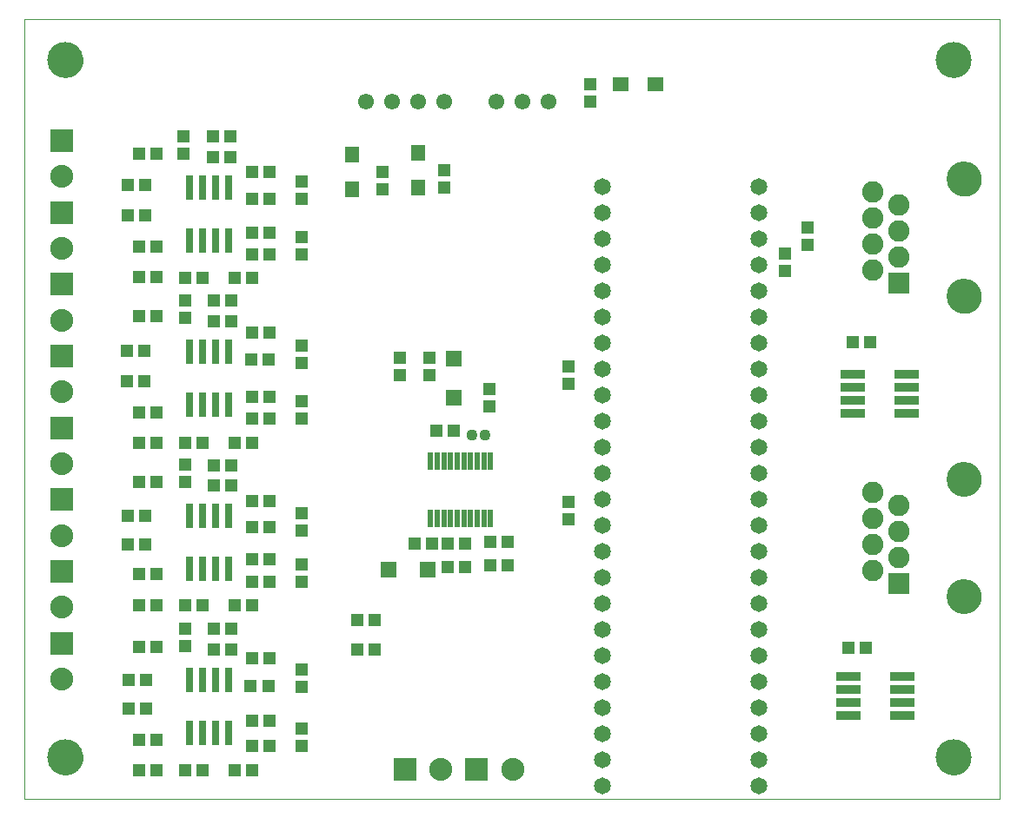
<source format=gts>
G75*
%MOIN*%
%OFA0B0*%
%FSLAX25Y25*%
%IPPOS*%
%LPD*%
%AMOC8*
5,1,8,0,0,1.08239X$1,22.5*
%
%ADD10C,0.00000*%
%ADD11R,0.05131X0.04737*%
%ADD12R,0.06115X0.05524*%
%ADD13R,0.05524X0.06115*%
%ADD14R,0.08200X0.08200*%
%ADD15C,0.08200*%
%ADD16C,0.13398*%
%ADD17R,0.02200X0.06600*%
%ADD18R,0.09500X0.03200*%
%ADD19C,0.04362*%
%ADD20C,0.13800*%
%ADD21R,0.08800X0.08800*%
%ADD22C,0.08800*%
%ADD23C,0.06500*%
%ADD24C,0.06115*%
%ADD25R,0.03162X0.09461*%
%ADD26R,0.04737X0.05131*%
%ADD27R,0.06312X0.06312*%
D10*
X0001800Y0015403D02*
X0375816Y0015403D01*
X0375816Y0314615D01*
X0001800Y0314615D01*
X0001800Y0015403D01*
X0011048Y0031151D02*
X0011050Y0031312D01*
X0011056Y0031472D01*
X0011066Y0031633D01*
X0011080Y0031793D01*
X0011098Y0031953D01*
X0011119Y0032112D01*
X0011145Y0032271D01*
X0011175Y0032429D01*
X0011208Y0032586D01*
X0011246Y0032743D01*
X0011287Y0032898D01*
X0011332Y0033052D01*
X0011381Y0033205D01*
X0011434Y0033357D01*
X0011490Y0033508D01*
X0011551Y0033657D01*
X0011614Y0033805D01*
X0011682Y0033951D01*
X0011753Y0034095D01*
X0011827Y0034237D01*
X0011905Y0034378D01*
X0011987Y0034516D01*
X0012072Y0034653D01*
X0012160Y0034787D01*
X0012252Y0034919D01*
X0012347Y0035049D01*
X0012445Y0035177D01*
X0012546Y0035302D01*
X0012650Y0035424D01*
X0012757Y0035544D01*
X0012867Y0035661D01*
X0012980Y0035776D01*
X0013096Y0035887D01*
X0013215Y0035996D01*
X0013336Y0036101D01*
X0013460Y0036204D01*
X0013586Y0036304D01*
X0013714Y0036400D01*
X0013845Y0036493D01*
X0013979Y0036583D01*
X0014114Y0036670D01*
X0014252Y0036753D01*
X0014391Y0036833D01*
X0014533Y0036909D01*
X0014676Y0036982D01*
X0014821Y0037051D01*
X0014968Y0037117D01*
X0015116Y0037179D01*
X0015266Y0037237D01*
X0015417Y0037292D01*
X0015570Y0037343D01*
X0015724Y0037390D01*
X0015879Y0037433D01*
X0016035Y0037472D01*
X0016191Y0037508D01*
X0016349Y0037539D01*
X0016507Y0037567D01*
X0016666Y0037591D01*
X0016826Y0037611D01*
X0016986Y0037627D01*
X0017146Y0037639D01*
X0017307Y0037647D01*
X0017468Y0037651D01*
X0017628Y0037651D01*
X0017789Y0037647D01*
X0017950Y0037639D01*
X0018110Y0037627D01*
X0018270Y0037611D01*
X0018430Y0037591D01*
X0018589Y0037567D01*
X0018747Y0037539D01*
X0018905Y0037508D01*
X0019061Y0037472D01*
X0019217Y0037433D01*
X0019372Y0037390D01*
X0019526Y0037343D01*
X0019679Y0037292D01*
X0019830Y0037237D01*
X0019980Y0037179D01*
X0020128Y0037117D01*
X0020275Y0037051D01*
X0020420Y0036982D01*
X0020563Y0036909D01*
X0020705Y0036833D01*
X0020844Y0036753D01*
X0020982Y0036670D01*
X0021117Y0036583D01*
X0021251Y0036493D01*
X0021382Y0036400D01*
X0021510Y0036304D01*
X0021636Y0036204D01*
X0021760Y0036101D01*
X0021881Y0035996D01*
X0022000Y0035887D01*
X0022116Y0035776D01*
X0022229Y0035661D01*
X0022339Y0035544D01*
X0022446Y0035424D01*
X0022550Y0035302D01*
X0022651Y0035177D01*
X0022749Y0035049D01*
X0022844Y0034919D01*
X0022936Y0034787D01*
X0023024Y0034653D01*
X0023109Y0034516D01*
X0023191Y0034378D01*
X0023269Y0034237D01*
X0023343Y0034095D01*
X0023414Y0033951D01*
X0023482Y0033805D01*
X0023545Y0033657D01*
X0023606Y0033508D01*
X0023662Y0033357D01*
X0023715Y0033205D01*
X0023764Y0033052D01*
X0023809Y0032898D01*
X0023850Y0032743D01*
X0023888Y0032586D01*
X0023921Y0032429D01*
X0023951Y0032271D01*
X0023977Y0032112D01*
X0023998Y0031953D01*
X0024016Y0031793D01*
X0024030Y0031633D01*
X0024040Y0031472D01*
X0024046Y0031312D01*
X0024048Y0031151D01*
X0024046Y0030990D01*
X0024040Y0030830D01*
X0024030Y0030669D01*
X0024016Y0030509D01*
X0023998Y0030349D01*
X0023977Y0030190D01*
X0023951Y0030031D01*
X0023921Y0029873D01*
X0023888Y0029716D01*
X0023850Y0029559D01*
X0023809Y0029404D01*
X0023764Y0029250D01*
X0023715Y0029097D01*
X0023662Y0028945D01*
X0023606Y0028794D01*
X0023545Y0028645D01*
X0023482Y0028497D01*
X0023414Y0028351D01*
X0023343Y0028207D01*
X0023269Y0028065D01*
X0023191Y0027924D01*
X0023109Y0027786D01*
X0023024Y0027649D01*
X0022936Y0027515D01*
X0022844Y0027383D01*
X0022749Y0027253D01*
X0022651Y0027125D01*
X0022550Y0027000D01*
X0022446Y0026878D01*
X0022339Y0026758D01*
X0022229Y0026641D01*
X0022116Y0026526D01*
X0022000Y0026415D01*
X0021881Y0026306D01*
X0021760Y0026201D01*
X0021636Y0026098D01*
X0021510Y0025998D01*
X0021382Y0025902D01*
X0021251Y0025809D01*
X0021117Y0025719D01*
X0020982Y0025632D01*
X0020844Y0025549D01*
X0020705Y0025469D01*
X0020563Y0025393D01*
X0020420Y0025320D01*
X0020275Y0025251D01*
X0020128Y0025185D01*
X0019980Y0025123D01*
X0019830Y0025065D01*
X0019679Y0025010D01*
X0019526Y0024959D01*
X0019372Y0024912D01*
X0019217Y0024869D01*
X0019061Y0024830D01*
X0018905Y0024794D01*
X0018747Y0024763D01*
X0018589Y0024735D01*
X0018430Y0024711D01*
X0018270Y0024691D01*
X0018110Y0024675D01*
X0017950Y0024663D01*
X0017789Y0024655D01*
X0017628Y0024651D01*
X0017468Y0024651D01*
X0017307Y0024655D01*
X0017146Y0024663D01*
X0016986Y0024675D01*
X0016826Y0024691D01*
X0016666Y0024711D01*
X0016507Y0024735D01*
X0016349Y0024763D01*
X0016191Y0024794D01*
X0016035Y0024830D01*
X0015879Y0024869D01*
X0015724Y0024912D01*
X0015570Y0024959D01*
X0015417Y0025010D01*
X0015266Y0025065D01*
X0015116Y0025123D01*
X0014968Y0025185D01*
X0014821Y0025251D01*
X0014676Y0025320D01*
X0014533Y0025393D01*
X0014391Y0025469D01*
X0014252Y0025549D01*
X0014114Y0025632D01*
X0013979Y0025719D01*
X0013845Y0025809D01*
X0013714Y0025902D01*
X0013586Y0025998D01*
X0013460Y0026098D01*
X0013336Y0026201D01*
X0013215Y0026306D01*
X0013096Y0026415D01*
X0012980Y0026526D01*
X0012867Y0026641D01*
X0012757Y0026758D01*
X0012650Y0026878D01*
X0012546Y0027000D01*
X0012445Y0027125D01*
X0012347Y0027253D01*
X0012252Y0027383D01*
X0012160Y0027515D01*
X0012072Y0027649D01*
X0011987Y0027786D01*
X0011905Y0027924D01*
X0011827Y0028065D01*
X0011753Y0028207D01*
X0011682Y0028351D01*
X0011614Y0028497D01*
X0011551Y0028645D01*
X0011490Y0028794D01*
X0011434Y0028945D01*
X0011381Y0029097D01*
X0011332Y0029250D01*
X0011287Y0029404D01*
X0011246Y0029559D01*
X0011208Y0029716D01*
X0011175Y0029873D01*
X0011145Y0030031D01*
X0011119Y0030190D01*
X0011098Y0030349D01*
X0011080Y0030509D01*
X0011066Y0030669D01*
X0011056Y0030830D01*
X0011050Y0030990D01*
X0011048Y0031151D01*
X0011048Y0298867D02*
X0011050Y0299028D01*
X0011056Y0299188D01*
X0011066Y0299349D01*
X0011080Y0299509D01*
X0011098Y0299669D01*
X0011119Y0299828D01*
X0011145Y0299987D01*
X0011175Y0300145D01*
X0011208Y0300302D01*
X0011246Y0300459D01*
X0011287Y0300614D01*
X0011332Y0300768D01*
X0011381Y0300921D01*
X0011434Y0301073D01*
X0011490Y0301224D01*
X0011551Y0301373D01*
X0011614Y0301521D01*
X0011682Y0301667D01*
X0011753Y0301811D01*
X0011827Y0301953D01*
X0011905Y0302094D01*
X0011987Y0302232D01*
X0012072Y0302369D01*
X0012160Y0302503D01*
X0012252Y0302635D01*
X0012347Y0302765D01*
X0012445Y0302893D01*
X0012546Y0303018D01*
X0012650Y0303140D01*
X0012757Y0303260D01*
X0012867Y0303377D01*
X0012980Y0303492D01*
X0013096Y0303603D01*
X0013215Y0303712D01*
X0013336Y0303817D01*
X0013460Y0303920D01*
X0013586Y0304020D01*
X0013714Y0304116D01*
X0013845Y0304209D01*
X0013979Y0304299D01*
X0014114Y0304386D01*
X0014252Y0304469D01*
X0014391Y0304549D01*
X0014533Y0304625D01*
X0014676Y0304698D01*
X0014821Y0304767D01*
X0014968Y0304833D01*
X0015116Y0304895D01*
X0015266Y0304953D01*
X0015417Y0305008D01*
X0015570Y0305059D01*
X0015724Y0305106D01*
X0015879Y0305149D01*
X0016035Y0305188D01*
X0016191Y0305224D01*
X0016349Y0305255D01*
X0016507Y0305283D01*
X0016666Y0305307D01*
X0016826Y0305327D01*
X0016986Y0305343D01*
X0017146Y0305355D01*
X0017307Y0305363D01*
X0017468Y0305367D01*
X0017628Y0305367D01*
X0017789Y0305363D01*
X0017950Y0305355D01*
X0018110Y0305343D01*
X0018270Y0305327D01*
X0018430Y0305307D01*
X0018589Y0305283D01*
X0018747Y0305255D01*
X0018905Y0305224D01*
X0019061Y0305188D01*
X0019217Y0305149D01*
X0019372Y0305106D01*
X0019526Y0305059D01*
X0019679Y0305008D01*
X0019830Y0304953D01*
X0019980Y0304895D01*
X0020128Y0304833D01*
X0020275Y0304767D01*
X0020420Y0304698D01*
X0020563Y0304625D01*
X0020705Y0304549D01*
X0020844Y0304469D01*
X0020982Y0304386D01*
X0021117Y0304299D01*
X0021251Y0304209D01*
X0021382Y0304116D01*
X0021510Y0304020D01*
X0021636Y0303920D01*
X0021760Y0303817D01*
X0021881Y0303712D01*
X0022000Y0303603D01*
X0022116Y0303492D01*
X0022229Y0303377D01*
X0022339Y0303260D01*
X0022446Y0303140D01*
X0022550Y0303018D01*
X0022651Y0302893D01*
X0022749Y0302765D01*
X0022844Y0302635D01*
X0022936Y0302503D01*
X0023024Y0302369D01*
X0023109Y0302232D01*
X0023191Y0302094D01*
X0023269Y0301953D01*
X0023343Y0301811D01*
X0023414Y0301667D01*
X0023482Y0301521D01*
X0023545Y0301373D01*
X0023606Y0301224D01*
X0023662Y0301073D01*
X0023715Y0300921D01*
X0023764Y0300768D01*
X0023809Y0300614D01*
X0023850Y0300459D01*
X0023888Y0300302D01*
X0023921Y0300145D01*
X0023951Y0299987D01*
X0023977Y0299828D01*
X0023998Y0299669D01*
X0024016Y0299509D01*
X0024030Y0299349D01*
X0024040Y0299188D01*
X0024046Y0299028D01*
X0024048Y0298867D01*
X0024046Y0298706D01*
X0024040Y0298546D01*
X0024030Y0298385D01*
X0024016Y0298225D01*
X0023998Y0298065D01*
X0023977Y0297906D01*
X0023951Y0297747D01*
X0023921Y0297589D01*
X0023888Y0297432D01*
X0023850Y0297275D01*
X0023809Y0297120D01*
X0023764Y0296966D01*
X0023715Y0296813D01*
X0023662Y0296661D01*
X0023606Y0296510D01*
X0023545Y0296361D01*
X0023482Y0296213D01*
X0023414Y0296067D01*
X0023343Y0295923D01*
X0023269Y0295781D01*
X0023191Y0295640D01*
X0023109Y0295502D01*
X0023024Y0295365D01*
X0022936Y0295231D01*
X0022844Y0295099D01*
X0022749Y0294969D01*
X0022651Y0294841D01*
X0022550Y0294716D01*
X0022446Y0294594D01*
X0022339Y0294474D01*
X0022229Y0294357D01*
X0022116Y0294242D01*
X0022000Y0294131D01*
X0021881Y0294022D01*
X0021760Y0293917D01*
X0021636Y0293814D01*
X0021510Y0293714D01*
X0021382Y0293618D01*
X0021251Y0293525D01*
X0021117Y0293435D01*
X0020982Y0293348D01*
X0020844Y0293265D01*
X0020705Y0293185D01*
X0020563Y0293109D01*
X0020420Y0293036D01*
X0020275Y0292967D01*
X0020128Y0292901D01*
X0019980Y0292839D01*
X0019830Y0292781D01*
X0019679Y0292726D01*
X0019526Y0292675D01*
X0019372Y0292628D01*
X0019217Y0292585D01*
X0019061Y0292546D01*
X0018905Y0292510D01*
X0018747Y0292479D01*
X0018589Y0292451D01*
X0018430Y0292427D01*
X0018270Y0292407D01*
X0018110Y0292391D01*
X0017950Y0292379D01*
X0017789Y0292371D01*
X0017628Y0292367D01*
X0017468Y0292367D01*
X0017307Y0292371D01*
X0017146Y0292379D01*
X0016986Y0292391D01*
X0016826Y0292407D01*
X0016666Y0292427D01*
X0016507Y0292451D01*
X0016349Y0292479D01*
X0016191Y0292510D01*
X0016035Y0292546D01*
X0015879Y0292585D01*
X0015724Y0292628D01*
X0015570Y0292675D01*
X0015417Y0292726D01*
X0015266Y0292781D01*
X0015116Y0292839D01*
X0014968Y0292901D01*
X0014821Y0292967D01*
X0014676Y0293036D01*
X0014533Y0293109D01*
X0014391Y0293185D01*
X0014252Y0293265D01*
X0014114Y0293348D01*
X0013979Y0293435D01*
X0013845Y0293525D01*
X0013714Y0293618D01*
X0013586Y0293714D01*
X0013460Y0293814D01*
X0013336Y0293917D01*
X0013215Y0294022D01*
X0013096Y0294131D01*
X0012980Y0294242D01*
X0012867Y0294357D01*
X0012757Y0294474D01*
X0012650Y0294594D01*
X0012546Y0294716D01*
X0012445Y0294841D01*
X0012347Y0294969D01*
X0012252Y0295099D01*
X0012160Y0295231D01*
X0012072Y0295365D01*
X0011987Y0295502D01*
X0011905Y0295640D01*
X0011827Y0295781D01*
X0011753Y0295923D01*
X0011682Y0296067D01*
X0011614Y0296213D01*
X0011551Y0296361D01*
X0011490Y0296510D01*
X0011434Y0296661D01*
X0011381Y0296813D01*
X0011332Y0296966D01*
X0011287Y0297120D01*
X0011246Y0297275D01*
X0011208Y0297432D01*
X0011175Y0297589D01*
X0011145Y0297747D01*
X0011119Y0297906D01*
X0011098Y0298065D01*
X0011080Y0298225D01*
X0011066Y0298385D01*
X0011056Y0298546D01*
X0011050Y0298706D01*
X0011048Y0298867D01*
X0351599Y0298867D02*
X0351601Y0299028D01*
X0351607Y0299188D01*
X0351617Y0299349D01*
X0351631Y0299509D01*
X0351649Y0299669D01*
X0351670Y0299828D01*
X0351696Y0299987D01*
X0351726Y0300145D01*
X0351759Y0300302D01*
X0351797Y0300459D01*
X0351838Y0300614D01*
X0351883Y0300768D01*
X0351932Y0300921D01*
X0351985Y0301073D01*
X0352041Y0301224D01*
X0352102Y0301373D01*
X0352165Y0301521D01*
X0352233Y0301667D01*
X0352304Y0301811D01*
X0352378Y0301953D01*
X0352456Y0302094D01*
X0352538Y0302232D01*
X0352623Y0302369D01*
X0352711Y0302503D01*
X0352803Y0302635D01*
X0352898Y0302765D01*
X0352996Y0302893D01*
X0353097Y0303018D01*
X0353201Y0303140D01*
X0353308Y0303260D01*
X0353418Y0303377D01*
X0353531Y0303492D01*
X0353647Y0303603D01*
X0353766Y0303712D01*
X0353887Y0303817D01*
X0354011Y0303920D01*
X0354137Y0304020D01*
X0354265Y0304116D01*
X0354396Y0304209D01*
X0354530Y0304299D01*
X0354665Y0304386D01*
X0354803Y0304469D01*
X0354942Y0304549D01*
X0355084Y0304625D01*
X0355227Y0304698D01*
X0355372Y0304767D01*
X0355519Y0304833D01*
X0355667Y0304895D01*
X0355817Y0304953D01*
X0355968Y0305008D01*
X0356121Y0305059D01*
X0356275Y0305106D01*
X0356430Y0305149D01*
X0356586Y0305188D01*
X0356742Y0305224D01*
X0356900Y0305255D01*
X0357058Y0305283D01*
X0357217Y0305307D01*
X0357377Y0305327D01*
X0357537Y0305343D01*
X0357697Y0305355D01*
X0357858Y0305363D01*
X0358019Y0305367D01*
X0358179Y0305367D01*
X0358340Y0305363D01*
X0358501Y0305355D01*
X0358661Y0305343D01*
X0358821Y0305327D01*
X0358981Y0305307D01*
X0359140Y0305283D01*
X0359298Y0305255D01*
X0359456Y0305224D01*
X0359612Y0305188D01*
X0359768Y0305149D01*
X0359923Y0305106D01*
X0360077Y0305059D01*
X0360230Y0305008D01*
X0360381Y0304953D01*
X0360531Y0304895D01*
X0360679Y0304833D01*
X0360826Y0304767D01*
X0360971Y0304698D01*
X0361114Y0304625D01*
X0361256Y0304549D01*
X0361395Y0304469D01*
X0361533Y0304386D01*
X0361668Y0304299D01*
X0361802Y0304209D01*
X0361933Y0304116D01*
X0362061Y0304020D01*
X0362187Y0303920D01*
X0362311Y0303817D01*
X0362432Y0303712D01*
X0362551Y0303603D01*
X0362667Y0303492D01*
X0362780Y0303377D01*
X0362890Y0303260D01*
X0362997Y0303140D01*
X0363101Y0303018D01*
X0363202Y0302893D01*
X0363300Y0302765D01*
X0363395Y0302635D01*
X0363487Y0302503D01*
X0363575Y0302369D01*
X0363660Y0302232D01*
X0363742Y0302094D01*
X0363820Y0301953D01*
X0363894Y0301811D01*
X0363965Y0301667D01*
X0364033Y0301521D01*
X0364096Y0301373D01*
X0364157Y0301224D01*
X0364213Y0301073D01*
X0364266Y0300921D01*
X0364315Y0300768D01*
X0364360Y0300614D01*
X0364401Y0300459D01*
X0364439Y0300302D01*
X0364472Y0300145D01*
X0364502Y0299987D01*
X0364528Y0299828D01*
X0364549Y0299669D01*
X0364567Y0299509D01*
X0364581Y0299349D01*
X0364591Y0299188D01*
X0364597Y0299028D01*
X0364599Y0298867D01*
X0364597Y0298706D01*
X0364591Y0298546D01*
X0364581Y0298385D01*
X0364567Y0298225D01*
X0364549Y0298065D01*
X0364528Y0297906D01*
X0364502Y0297747D01*
X0364472Y0297589D01*
X0364439Y0297432D01*
X0364401Y0297275D01*
X0364360Y0297120D01*
X0364315Y0296966D01*
X0364266Y0296813D01*
X0364213Y0296661D01*
X0364157Y0296510D01*
X0364096Y0296361D01*
X0364033Y0296213D01*
X0363965Y0296067D01*
X0363894Y0295923D01*
X0363820Y0295781D01*
X0363742Y0295640D01*
X0363660Y0295502D01*
X0363575Y0295365D01*
X0363487Y0295231D01*
X0363395Y0295099D01*
X0363300Y0294969D01*
X0363202Y0294841D01*
X0363101Y0294716D01*
X0362997Y0294594D01*
X0362890Y0294474D01*
X0362780Y0294357D01*
X0362667Y0294242D01*
X0362551Y0294131D01*
X0362432Y0294022D01*
X0362311Y0293917D01*
X0362187Y0293814D01*
X0362061Y0293714D01*
X0361933Y0293618D01*
X0361802Y0293525D01*
X0361668Y0293435D01*
X0361533Y0293348D01*
X0361395Y0293265D01*
X0361256Y0293185D01*
X0361114Y0293109D01*
X0360971Y0293036D01*
X0360826Y0292967D01*
X0360679Y0292901D01*
X0360531Y0292839D01*
X0360381Y0292781D01*
X0360230Y0292726D01*
X0360077Y0292675D01*
X0359923Y0292628D01*
X0359768Y0292585D01*
X0359612Y0292546D01*
X0359456Y0292510D01*
X0359298Y0292479D01*
X0359140Y0292451D01*
X0358981Y0292427D01*
X0358821Y0292407D01*
X0358661Y0292391D01*
X0358501Y0292379D01*
X0358340Y0292371D01*
X0358179Y0292367D01*
X0358019Y0292367D01*
X0357858Y0292371D01*
X0357697Y0292379D01*
X0357537Y0292391D01*
X0357377Y0292407D01*
X0357217Y0292427D01*
X0357058Y0292451D01*
X0356900Y0292479D01*
X0356742Y0292510D01*
X0356586Y0292546D01*
X0356430Y0292585D01*
X0356275Y0292628D01*
X0356121Y0292675D01*
X0355968Y0292726D01*
X0355817Y0292781D01*
X0355667Y0292839D01*
X0355519Y0292901D01*
X0355372Y0292967D01*
X0355227Y0293036D01*
X0355084Y0293109D01*
X0354942Y0293185D01*
X0354803Y0293265D01*
X0354665Y0293348D01*
X0354530Y0293435D01*
X0354396Y0293525D01*
X0354265Y0293618D01*
X0354137Y0293714D01*
X0354011Y0293814D01*
X0353887Y0293917D01*
X0353766Y0294022D01*
X0353647Y0294131D01*
X0353531Y0294242D01*
X0353418Y0294357D01*
X0353308Y0294474D01*
X0353201Y0294594D01*
X0353097Y0294716D01*
X0352996Y0294841D01*
X0352898Y0294969D01*
X0352803Y0295099D01*
X0352711Y0295231D01*
X0352623Y0295365D01*
X0352538Y0295502D01*
X0352456Y0295640D01*
X0352378Y0295781D01*
X0352304Y0295923D01*
X0352233Y0296067D01*
X0352165Y0296213D01*
X0352102Y0296361D01*
X0352041Y0296510D01*
X0351985Y0296661D01*
X0351932Y0296813D01*
X0351883Y0296966D01*
X0351838Y0297120D01*
X0351797Y0297275D01*
X0351759Y0297432D01*
X0351726Y0297589D01*
X0351696Y0297747D01*
X0351670Y0297906D01*
X0351649Y0298065D01*
X0351631Y0298225D01*
X0351617Y0298385D01*
X0351607Y0298546D01*
X0351601Y0298706D01*
X0351599Y0298867D01*
X0355934Y0253100D02*
X0355936Y0253258D01*
X0355942Y0253416D01*
X0355952Y0253574D01*
X0355966Y0253732D01*
X0355984Y0253889D01*
X0356005Y0254046D01*
X0356031Y0254202D01*
X0356061Y0254358D01*
X0356094Y0254513D01*
X0356132Y0254666D01*
X0356173Y0254819D01*
X0356218Y0254971D01*
X0356267Y0255122D01*
X0356320Y0255271D01*
X0356376Y0255419D01*
X0356436Y0255565D01*
X0356500Y0255710D01*
X0356568Y0255853D01*
X0356639Y0255995D01*
X0356713Y0256135D01*
X0356791Y0256272D01*
X0356873Y0256408D01*
X0356957Y0256542D01*
X0357046Y0256673D01*
X0357137Y0256802D01*
X0357232Y0256929D01*
X0357329Y0257054D01*
X0357430Y0257176D01*
X0357534Y0257295D01*
X0357641Y0257412D01*
X0357751Y0257526D01*
X0357864Y0257637D01*
X0357979Y0257746D01*
X0358097Y0257851D01*
X0358218Y0257953D01*
X0358341Y0258053D01*
X0358467Y0258149D01*
X0358595Y0258242D01*
X0358725Y0258332D01*
X0358858Y0258418D01*
X0358993Y0258502D01*
X0359129Y0258581D01*
X0359268Y0258658D01*
X0359409Y0258730D01*
X0359551Y0258800D01*
X0359695Y0258865D01*
X0359841Y0258927D01*
X0359988Y0258985D01*
X0360137Y0259040D01*
X0360287Y0259091D01*
X0360438Y0259138D01*
X0360590Y0259181D01*
X0360743Y0259220D01*
X0360898Y0259256D01*
X0361053Y0259287D01*
X0361209Y0259315D01*
X0361365Y0259339D01*
X0361522Y0259359D01*
X0361680Y0259375D01*
X0361837Y0259387D01*
X0361996Y0259395D01*
X0362154Y0259399D01*
X0362312Y0259399D01*
X0362470Y0259395D01*
X0362629Y0259387D01*
X0362786Y0259375D01*
X0362944Y0259359D01*
X0363101Y0259339D01*
X0363257Y0259315D01*
X0363413Y0259287D01*
X0363568Y0259256D01*
X0363723Y0259220D01*
X0363876Y0259181D01*
X0364028Y0259138D01*
X0364179Y0259091D01*
X0364329Y0259040D01*
X0364478Y0258985D01*
X0364625Y0258927D01*
X0364771Y0258865D01*
X0364915Y0258800D01*
X0365057Y0258730D01*
X0365198Y0258658D01*
X0365337Y0258581D01*
X0365473Y0258502D01*
X0365608Y0258418D01*
X0365741Y0258332D01*
X0365871Y0258242D01*
X0365999Y0258149D01*
X0366125Y0258053D01*
X0366248Y0257953D01*
X0366369Y0257851D01*
X0366487Y0257746D01*
X0366602Y0257637D01*
X0366715Y0257526D01*
X0366825Y0257412D01*
X0366932Y0257295D01*
X0367036Y0257176D01*
X0367137Y0257054D01*
X0367234Y0256929D01*
X0367329Y0256802D01*
X0367420Y0256673D01*
X0367509Y0256542D01*
X0367593Y0256408D01*
X0367675Y0256272D01*
X0367753Y0256135D01*
X0367827Y0255995D01*
X0367898Y0255853D01*
X0367966Y0255710D01*
X0368030Y0255565D01*
X0368090Y0255419D01*
X0368146Y0255271D01*
X0368199Y0255122D01*
X0368248Y0254971D01*
X0368293Y0254819D01*
X0368334Y0254666D01*
X0368372Y0254513D01*
X0368405Y0254358D01*
X0368435Y0254202D01*
X0368461Y0254046D01*
X0368482Y0253889D01*
X0368500Y0253732D01*
X0368514Y0253574D01*
X0368524Y0253416D01*
X0368530Y0253258D01*
X0368532Y0253100D01*
X0368530Y0252942D01*
X0368524Y0252784D01*
X0368514Y0252626D01*
X0368500Y0252468D01*
X0368482Y0252311D01*
X0368461Y0252154D01*
X0368435Y0251998D01*
X0368405Y0251842D01*
X0368372Y0251687D01*
X0368334Y0251534D01*
X0368293Y0251381D01*
X0368248Y0251229D01*
X0368199Y0251078D01*
X0368146Y0250929D01*
X0368090Y0250781D01*
X0368030Y0250635D01*
X0367966Y0250490D01*
X0367898Y0250347D01*
X0367827Y0250205D01*
X0367753Y0250065D01*
X0367675Y0249928D01*
X0367593Y0249792D01*
X0367509Y0249658D01*
X0367420Y0249527D01*
X0367329Y0249398D01*
X0367234Y0249271D01*
X0367137Y0249146D01*
X0367036Y0249024D01*
X0366932Y0248905D01*
X0366825Y0248788D01*
X0366715Y0248674D01*
X0366602Y0248563D01*
X0366487Y0248454D01*
X0366369Y0248349D01*
X0366248Y0248247D01*
X0366125Y0248147D01*
X0365999Y0248051D01*
X0365871Y0247958D01*
X0365741Y0247868D01*
X0365608Y0247782D01*
X0365473Y0247698D01*
X0365337Y0247619D01*
X0365198Y0247542D01*
X0365057Y0247470D01*
X0364915Y0247400D01*
X0364771Y0247335D01*
X0364625Y0247273D01*
X0364478Y0247215D01*
X0364329Y0247160D01*
X0364179Y0247109D01*
X0364028Y0247062D01*
X0363876Y0247019D01*
X0363723Y0246980D01*
X0363568Y0246944D01*
X0363413Y0246913D01*
X0363257Y0246885D01*
X0363101Y0246861D01*
X0362944Y0246841D01*
X0362786Y0246825D01*
X0362629Y0246813D01*
X0362470Y0246805D01*
X0362312Y0246801D01*
X0362154Y0246801D01*
X0361996Y0246805D01*
X0361837Y0246813D01*
X0361680Y0246825D01*
X0361522Y0246841D01*
X0361365Y0246861D01*
X0361209Y0246885D01*
X0361053Y0246913D01*
X0360898Y0246944D01*
X0360743Y0246980D01*
X0360590Y0247019D01*
X0360438Y0247062D01*
X0360287Y0247109D01*
X0360137Y0247160D01*
X0359988Y0247215D01*
X0359841Y0247273D01*
X0359695Y0247335D01*
X0359551Y0247400D01*
X0359409Y0247470D01*
X0359268Y0247542D01*
X0359129Y0247619D01*
X0358993Y0247698D01*
X0358858Y0247782D01*
X0358725Y0247868D01*
X0358595Y0247958D01*
X0358467Y0248051D01*
X0358341Y0248147D01*
X0358218Y0248247D01*
X0358097Y0248349D01*
X0357979Y0248454D01*
X0357864Y0248563D01*
X0357751Y0248674D01*
X0357641Y0248788D01*
X0357534Y0248905D01*
X0357430Y0249024D01*
X0357329Y0249146D01*
X0357232Y0249271D01*
X0357137Y0249398D01*
X0357046Y0249527D01*
X0356957Y0249658D01*
X0356873Y0249792D01*
X0356791Y0249928D01*
X0356713Y0250065D01*
X0356639Y0250205D01*
X0356568Y0250347D01*
X0356500Y0250490D01*
X0356436Y0250635D01*
X0356376Y0250781D01*
X0356320Y0250929D01*
X0356267Y0251078D01*
X0356218Y0251229D01*
X0356173Y0251381D01*
X0356132Y0251534D01*
X0356094Y0251687D01*
X0356061Y0251842D01*
X0356031Y0251998D01*
X0356005Y0252154D01*
X0355984Y0252311D01*
X0355966Y0252468D01*
X0355952Y0252626D01*
X0355942Y0252784D01*
X0355936Y0252942D01*
X0355934Y0253100D01*
X0355934Y0208100D02*
X0355936Y0208258D01*
X0355942Y0208416D01*
X0355952Y0208574D01*
X0355966Y0208732D01*
X0355984Y0208889D01*
X0356005Y0209046D01*
X0356031Y0209202D01*
X0356061Y0209358D01*
X0356094Y0209513D01*
X0356132Y0209666D01*
X0356173Y0209819D01*
X0356218Y0209971D01*
X0356267Y0210122D01*
X0356320Y0210271D01*
X0356376Y0210419D01*
X0356436Y0210565D01*
X0356500Y0210710D01*
X0356568Y0210853D01*
X0356639Y0210995D01*
X0356713Y0211135D01*
X0356791Y0211272D01*
X0356873Y0211408D01*
X0356957Y0211542D01*
X0357046Y0211673D01*
X0357137Y0211802D01*
X0357232Y0211929D01*
X0357329Y0212054D01*
X0357430Y0212176D01*
X0357534Y0212295D01*
X0357641Y0212412D01*
X0357751Y0212526D01*
X0357864Y0212637D01*
X0357979Y0212746D01*
X0358097Y0212851D01*
X0358218Y0212953D01*
X0358341Y0213053D01*
X0358467Y0213149D01*
X0358595Y0213242D01*
X0358725Y0213332D01*
X0358858Y0213418D01*
X0358993Y0213502D01*
X0359129Y0213581D01*
X0359268Y0213658D01*
X0359409Y0213730D01*
X0359551Y0213800D01*
X0359695Y0213865D01*
X0359841Y0213927D01*
X0359988Y0213985D01*
X0360137Y0214040D01*
X0360287Y0214091D01*
X0360438Y0214138D01*
X0360590Y0214181D01*
X0360743Y0214220D01*
X0360898Y0214256D01*
X0361053Y0214287D01*
X0361209Y0214315D01*
X0361365Y0214339D01*
X0361522Y0214359D01*
X0361680Y0214375D01*
X0361837Y0214387D01*
X0361996Y0214395D01*
X0362154Y0214399D01*
X0362312Y0214399D01*
X0362470Y0214395D01*
X0362629Y0214387D01*
X0362786Y0214375D01*
X0362944Y0214359D01*
X0363101Y0214339D01*
X0363257Y0214315D01*
X0363413Y0214287D01*
X0363568Y0214256D01*
X0363723Y0214220D01*
X0363876Y0214181D01*
X0364028Y0214138D01*
X0364179Y0214091D01*
X0364329Y0214040D01*
X0364478Y0213985D01*
X0364625Y0213927D01*
X0364771Y0213865D01*
X0364915Y0213800D01*
X0365057Y0213730D01*
X0365198Y0213658D01*
X0365337Y0213581D01*
X0365473Y0213502D01*
X0365608Y0213418D01*
X0365741Y0213332D01*
X0365871Y0213242D01*
X0365999Y0213149D01*
X0366125Y0213053D01*
X0366248Y0212953D01*
X0366369Y0212851D01*
X0366487Y0212746D01*
X0366602Y0212637D01*
X0366715Y0212526D01*
X0366825Y0212412D01*
X0366932Y0212295D01*
X0367036Y0212176D01*
X0367137Y0212054D01*
X0367234Y0211929D01*
X0367329Y0211802D01*
X0367420Y0211673D01*
X0367509Y0211542D01*
X0367593Y0211408D01*
X0367675Y0211272D01*
X0367753Y0211135D01*
X0367827Y0210995D01*
X0367898Y0210853D01*
X0367966Y0210710D01*
X0368030Y0210565D01*
X0368090Y0210419D01*
X0368146Y0210271D01*
X0368199Y0210122D01*
X0368248Y0209971D01*
X0368293Y0209819D01*
X0368334Y0209666D01*
X0368372Y0209513D01*
X0368405Y0209358D01*
X0368435Y0209202D01*
X0368461Y0209046D01*
X0368482Y0208889D01*
X0368500Y0208732D01*
X0368514Y0208574D01*
X0368524Y0208416D01*
X0368530Y0208258D01*
X0368532Y0208100D01*
X0368530Y0207942D01*
X0368524Y0207784D01*
X0368514Y0207626D01*
X0368500Y0207468D01*
X0368482Y0207311D01*
X0368461Y0207154D01*
X0368435Y0206998D01*
X0368405Y0206842D01*
X0368372Y0206687D01*
X0368334Y0206534D01*
X0368293Y0206381D01*
X0368248Y0206229D01*
X0368199Y0206078D01*
X0368146Y0205929D01*
X0368090Y0205781D01*
X0368030Y0205635D01*
X0367966Y0205490D01*
X0367898Y0205347D01*
X0367827Y0205205D01*
X0367753Y0205065D01*
X0367675Y0204928D01*
X0367593Y0204792D01*
X0367509Y0204658D01*
X0367420Y0204527D01*
X0367329Y0204398D01*
X0367234Y0204271D01*
X0367137Y0204146D01*
X0367036Y0204024D01*
X0366932Y0203905D01*
X0366825Y0203788D01*
X0366715Y0203674D01*
X0366602Y0203563D01*
X0366487Y0203454D01*
X0366369Y0203349D01*
X0366248Y0203247D01*
X0366125Y0203147D01*
X0365999Y0203051D01*
X0365871Y0202958D01*
X0365741Y0202868D01*
X0365608Y0202782D01*
X0365473Y0202698D01*
X0365337Y0202619D01*
X0365198Y0202542D01*
X0365057Y0202470D01*
X0364915Y0202400D01*
X0364771Y0202335D01*
X0364625Y0202273D01*
X0364478Y0202215D01*
X0364329Y0202160D01*
X0364179Y0202109D01*
X0364028Y0202062D01*
X0363876Y0202019D01*
X0363723Y0201980D01*
X0363568Y0201944D01*
X0363413Y0201913D01*
X0363257Y0201885D01*
X0363101Y0201861D01*
X0362944Y0201841D01*
X0362786Y0201825D01*
X0362629Y0201813D01*
X0362470Y0201805D01*
X0362312Y0201801D01*
X0362154Y0201801D01*
X0361996Y0201805D01*
X0361837Y0201813D01*
X0361680Y0201825D01*
X0361522Y0201841D01*
X0361365Y0201861D01*
X0361209Y0201885D01*
X0361053Y0201913D01*
X0360898Y0201944D01*
X0360743Y0201980D01*
X0360590Y0202019D01*
X0360438Y0202062D01*
X0360287Y0202109D01*
X0360137Y0202160D01*
X0359988Y0202215D01*
X0359841Y0202273D01*
X0359695Y0202335D01*
X0359551Y0202400D01*
X0359409Y0202470D01*
X0359268Y0202542D01*
X0359129Y0202619D01*
X0358993Y0202698D01*
X0358858Y0202782D01*
X0358725Y0202868D01*
X0358595Y0202958D01*
X0358467Y0203051D01*
X0358341Y0203147D01*
X0358218Y0203247D01*
X0358097Y0203349D01*
X0357979Y0203454D01*
X0357864Y0203563D01*
X0357751Y0203674D01*
X0357641Y0203788D01*
X0357534Y0203905D01*
X0357430Y0204024D01*
X0357329Y0204146D01*
X0357232Y0204271D01*
X0357137Y0204398D01*
X0357046Y0204527D01*
X0356957Y0204658D01*
X0356873Y0204792D01*
X0356791Y0204928D01*
X0356713Y0205065D01*
X0356639Y0205205D01*
X0356568Y0205347D01*
X0356500Y0205490D01*
X0356436Y0205635D01*
X0356376Y0205781D01*
X0356320Y0205929D01*
X0356267Y0206078D01*
X0356218Y0206229D01*
X0356173Y0206381D01*
X0356132Y0206534D01*
X0356094Y0206687D01*
X0356061Y0206842D01*
X0356031Y0206998D01*
X0356005Y0207154D01*
X0355984Y0207311D01*
X0355966Y0207468D01*
X0355952Y0207626D01*
X0355942Y0207784D01*
X0355936Y0207942D01*
X0355934Y0208100D01*
X0355934Y0137982D02*
X0355936Y0138140D01*
X0355942Y0138298D01*
X0355952Y0138456D01*
X0355966Y0138614D01*
X0355984Y0138771D01*
X0356005Y0138928D01*
X0356031Y0139084D01*
X0356061Y0139240D01*
X0356094Y0139395D01*
X0356132Y0139548D01*
X0356173Y0139701D01*
X0356218Y0139853D01*
X0356267Y0140004D01*
X0356320Y0140153D01*
X0356376Y0140301D01*
X0356436Y0140447D01*
X0356500Y0140592D01*
X0356568Y0140735D01*
X0356639Y0140877D01*
X0356713Y0141017D01*
X0356791Y0141154D01*
X0356873Y0141290D01*
X0356957Y0141424D01*
X0357046Y0141555D01*
X0357137Y0141684D01*
X0357232Y0141811D01*
X0357329Y0141936D01*
X0357430Y0142058D01*
X0357534Y0142177D01*
X0357641Y0142294D01*
X0357751Y0142408D01*
X0357864Y0142519D01*
X0357979Y0142628D01*
X0358097Y0142733D01*
X0358218Y0142835D01*
X0358341Y0142935D01*
X0358467Y0143031D01*
X0358595Y0143124D01*
X0358725Y0143214D01*
X0358858Y0143300D01*
X0358993Y0143384D01*
X0359129Y0143463D01*
X0359268Y0143540D01*
X0359409Y0143612D01*
X0359551Y0143682D01*
X0359695Y0143747D01*
X0359841Y0143809D01*
X0359988Y0143867D01*
X0360137Y0143922D01*
X0360287Y0143973D01*
X0360438Y0144020D01*
X0360590Y0144063D01*
X0360743Y0144102D01*
X0360898Y0144138D01*
X0361053Y0144169D01*
X0361209Y0144197D01*
X0361365Y0144221D01*
X0361522Y0144241D01*
X0361680Y0144257D01*
X0361837Y0144269D01*
X0361996Y0144277D01*
X0362154Y0144281D01*
X0362312Y0144281D01*
X0362470Y0144277D01*
X0362629Y0144269D01*
X0362786Y0144257D01*
X0362944Y0144241D01*
X0363101Y0144221D01*
X0363257Y0144197D01*
X0363413Y0144169D01*
X0363568Y0144138D01*
X0363723Y0144102D01*
X0363876Y0144063D01*
X0364028Y0144020D01*
X0364179Y0143973D01*
X0364329Y0143922D01*
X0364478Y0143867D01*
X0364625Y0143809D01*
X0364771Y0143747D01*
X0364915Y0143682D01*
X0365057Y0143612D01*
X0365198Y0143540D01*
X0365337Y0143463D01*
X0365473Y0143384D01*
X0365608Y0143300D01*
X0365741Y0143214D01*
X0365871Y0143124D01*
X0365999Y0143031D01*
X0366125Y0142935D01*
X0366248Y0142835D01*
X0366369Y0142733D01*
X0366487Y0142628D01*
X0366602Y0142519D01*
X0366715Y0142408D01*
X0366825Y0142294D01*
X0366932Y0142177D01*
X0367036Y0142058D01*
X0367137Y0141936D01*
X0367234Y0141811D01*
X0367329Y0141684D01*
X0367420Y0141555D01*
X0367509Y0141424D01*
X0367593Y0141290D01*
X0367675Y0141154D01*
X0367753Y0141017D01*
X0367827Y0140877D01*
X0367898Y0140735D01*
X0367966Y0140592D01*
X0368030Y0140447D01*
X0368090Y0140301D01*
X0368146Y0140153D01*
X0368199Y0140004D01*
X0368248Y0139853D01*
X0368293Y0139701D01*
X0368334Y0139548D01*
X0368372Y0139395D01*
X0368405Y0139240D01*
X0368435Y0139084D01*
X0368461Y0138928D01*
X0368482Y0138771D01*
X0368500Y0138614D01*
X0368514Y0138456D01*
X0368524Y0138298D01*
X0368530Y0138140D01*
X0368532Y0137982D01*
X0368530Y0137824D01*
X0368524Y0137666D01*
X0368514Y0137508D01*
X0368500Y0137350D01*
X0368482Y0137193D01*
X0368461Y0137036D01*
X0368435Y0136880D01*
X0368405Y0136724D01*
X0368372Y0136569D01*
X0368334Y0136416D01*
X0368293Y0136263D01*
X0368248Y0136111D01*
X0368199Y0135960D01*
X0368146Y0135811D01*
X0368090Y0135663D01*
X0368030Y0135517D01*
X0367966Y0135372D01*
X0367898Y0135229D01*
X0367827Y0135087D01*
X0367753Y0134947D01*
X0367675Y0134810D01*
X0367593Y0134674D01*
X0367509Y0134540D01*
X0367420Y0134409D01*
X0367329Y0134280D01*
X0367234Y0134153D01*
X0367137Y0134028D01*
X0367036Y0133906D01*
X0366932Y0133787D01*
X0366825Y0133670D01*
X0366715Y0133556D01*
X0366602Y0133445D01*
X0366487Y0133336D01*
X0366369Y0133231D01*
X0366248Y0133129D01*
X0366125Y0133029D01*
X0365999Y0132933D01*
X0365871Y0132840D01*
X0365741Y0132750D01*
X0365608Y0132664D01*
X0365473Y0132580D01*
X0365337Y0132501D01*
X0365198Y0132424D01*
X0365057Y0132352D01*
X0364915Y0132282D01*
X0364771Y0132217D01*
X0364625Y0132155D01*
X0364478Y0132097D01*
X0364329Y0132042D01*
X0364179Y0131991D01*
X0364028Y0131944D01*
X0363876Y0131901D01*
X0363723Y0131862D01*
X0363568Y0131826D01*
X0363413Y0131795D01*
X0363257Y0131767D01*
X0363101Y0131743D01*
X0362944Y0131723D01*
X0362786Y0131707D01*
X0362629Y0131695D01*
X0362470Y0131687D01*
X0362312Y0131683D01*
X0362154Y0131683D01*
X0361996Y0131687D01*
X0361837Y0131695D01*
X0361680Y0131707D01*
X0361522Y0131723D01*
X0361365Y0131743D01*
X0361209Y0131767D01*
X0361053Y0131795D01*
X0360898Y0131826D01*
X0360743Y0131862D01*
X0360590Y0131901D01*
X0360438Y0131944D01*
X0360287Y0131991D01*
X0360137Y0132042D01*
X0359988Y0132097D01*
X0359841Y0132155D01*
X0359695Y0132217D01*
X0359551Y0132282D01*
X0359409Y0132352D01*
X0359268Y0132424D01*
X0359129Y0132501D01*
X0358993Y0132580D01*
X0358858Y0132664D01*
X0358725Y0132750D01*
X0358595Y0132840D01*
X0358467Y0132933D01*
X0358341Y0133029D01*
X0358218Y0133129D01*
X0358097Y0133231D01*
X0357979Y0133336D01*
X0357864Y0133445D01*
X0357751Y0133556D01*
X0357641Y0133670D01*
X0357534Y0133787D01*
X0357430Y0133906D01*
X0357329Y0134028D01*
X0357232Y0134153D01*
X0357137Y0134280D01*
X0357046Y0134409D01*
X0356957Y0134540D01*
X0356873Y0134674D01*
X0356791Y0134810D01*
X0356713Y0134947D01*
X0356639Y0135087D01*
X0356568Y0135229D01*
X0356500Y0135372D01*
X0356436Y0135517D01*
X0356376Y0135663D01*
X0356320Y0135811D01*
X0356267Y0135960D01*
X0356218Y0136111D01*
X0356173Y0136263D01*
X0356132Y0136416D01*
X0356094Y0136569D01*
X0356061Y0136724D01*
X0356031Y0136880D01*
X0356005Y0137036D01*
X0355984Y0137193D01*
X0355966Y0137350D01*
X0355952Y0137508D01*
X0355942Y0137666D01*
X0355936Y0137824D01*
X0355934Y0137982D01*
X0355934Y0092982D02*
X0355936Y0093140D01*
X0355942Y0093298D01*
X0355952Y0093456D01*
X0355966Y0093614D01*
X0355984Y0093771D01*
X0356005Y0093928D01*
X0356031Y0094084D01*
X0356061Y0094240D01*
X0356094Y0094395D01*
X0356132Y0094548D01*
X0356173Y0094701D01*
X0356218Y0094853D01*
X0356267Y0095004D01*
X0356320Y0095153D01*
X0356376Y0095301D01*
X0356436Y0095447D01*
X0356500Y0095592D01*
X0356568Y0095735D01*
X0356639Y0095877D01*
X0356713Y0096017D01*
X0356791Y0096154D01*
X0356873Y0096290D01*
X0356957Y0096424D01*
X0357046Y0096555D01*
X0357137Y0096684D01*
X0357232Y0096811D01*
X0357329Y0096936D01*
X0357430Y0097058D01*
X0357534Y0097177D01*
X0357641Y0097294D01*
X0357751Y0097408D01*
X0357864Y0097519D01*
X0357979Y0097628D01*
X0358097Y0097733D01*
X0358218Y0097835D01*
X0358341Y0097935D01*
X0358467Y0098031D01*
X0358595Y0098124D01*
X0358725Y0098214D01*
X0358858Y0098300D01*
X0358993Y0098384D01*
X0359129Y0098463D01*
X0359268Y0098540D01*
X0359409Y0098612D01*
X0359551Y0098682D01*
X0359695Y0098747D01*
X0359841Y0098809D01*
X0359988Y0098867D01*
X0360137Y0098922D01*
X0360287Y0098973D01*
X0360438Y0099020D01*
X0360590Y0099063D01*
X0360743Y0099102D01*
X0360898Y0099138D01*
X0361053Y0099169D01*
X0361209Y0099197D01*
X0361365Y0099221D01*
X0361522Y0099241D01*
X0361680Y0099257D01*
X0361837Y0099269D01*
X0361996Y0099277D01*
X0362154Y0099281D01*
X0362312Y0099281D01*
X0362470Y0099277D01*
X0362629Y0099269D01*
X0362786Y0099257D01*
X0362944Y0099241D01*
X0363101Y0099221D01*
X0363257Y0099197D01*
X0363413Y0099169D01*
X0363568Y0099138D01*
X0363723Y0099102D01*
X0363876Y0099063D01*
X0364028Y0099020D01*
X0364179Y0098973D01*
X0364329Y0098922D01*
X0364478Y0098867D01*
X0364625Y0098809D01*
X0364771Y0098747D01*
X0364915Y0098682D01*
X0365057Y0098612D01*
X0365198Y0098540D01*
X0365337Y0098463D01*
X0365473Y0098384D01*
X0365608Y0098300D01*
X0365741Y0098214D01*
X0365871Y0098124D01*
X0365999Y0098031D01*
X0366125Y0097935D01*
X0366248Y0097835D01*
X0366369Y0097733D01*
X0366487Y0097628D01*
X0366602Y0097519D01*
X0366715Y0097408D01*
X0366825Y0097294D01*
X0366932Y0097177D01*
X0367036Y0097058D01*
X0367137Y0096936D01*
X0367234Y0096811D01*
X0367329Y0096684D01*
X0367420Y0096555D01*
X0367509Y0096424D01*
X0367593Y0096290D01*
X0367675Y0096154D01*
X0367753Y0096017D01*
X0367827Y0095877D01*
X0367898Y0095735D01*
X0367966Y0095592D01*
X0368030Y0095447D01*
X0368090Y0095301D01*
X0368146Y0095153D01*
X0368199Y0095004D01*
X0368248Y0094853D01*
X0368293Y0094701D01*
X0368334Y0094548D01*
X0368372Y0094395D01*
X0368405Y0094240D01*
X0368435Y0094084D01*
X0368461Y0093928D01*
X0368482Y0093771D01*
X0368500Y0093614D01*
X0368514Y0093456D01*
X0368524Y0093298D01*
X0368530Y0093140D01*
X0368532Y0092982D01*
X0368530Y0092824D01*
X0368524Y0092666D01*
X0368514Y0092508D01*
X0368500Y0092350D01*
X0368482Y0092193D01*
X0368461Y0092036D01*
X0368435Y0091880D01*
X0368405Y0091724D01*
X0368372Y0091569D01*
X0368334Y0091416D01*
X0368293Y0091263D01*
X0368248Y0091111D01*
X0368199Y0090960D01*
X0368146Y0090811D01*
X0368090Y0090663D01*
X0368030Y0090517D01*
X0367966Y0090372D01*
X0367898Y0090229D01*
X0367827Y0090087D01*
X0367753Y0089947D01*
X0367675Y0089810D01*
X0367593Y0089674D01*
X0367509Y0089540D01*
X0367420Y0089409D01*
X0367329Y0089280D01*
X0367234Y0089153D01*
X0367137Y0089028D01*
X0367036Y0088906D01*
X0366932Y0088787D01*
X0366825Y0088670D01*
X0366715Y0088556D01*
X0366602Y0088445D01*
X0366487Y0088336D01*
X0366369Y0088231D01*
X0366248Y0088129D01*
X0366125Y0088029D01*
X0365999Y0087933D01*
X0365871Y0087840D01*
X0365741Y0087750D01*
X0365608Y0087664D01*
X0365473Y0087580D01*
X0365337Y0087501D01*
X0365198Y0087424D01*
X0365057Y0087352D01*
X0364915Y0087282D01*
X0364771Y0087217D01*
X0364625Y0087155D01*
X0364478Y0087097D01*
X0364329Y0087042D01*
X0364179Y0086991D01*
X0364028Y0086944D01*
X0363876Y0086901D01*
X0363723Y0086862D01*
X0363568Y0086826D01*
X0363413Y0086795D01*
X0363257Y0086767D01*
X0363101Y0086743D01*
X0362944Y0086723D01*
X0362786Y0086707D01*
X0362629Y0086695D01*
X0362470Y0086687D01*
X0362312Y0086683D01*
X0362154Y0086683D01*
X0361996Y0086687D01*
X0361837Y0086695D01*
X0361680Y0086707D01*
X0361522Y0086723D01*
X0361365Y0086743D01*
X0361209Y0086767D01*
X0361053Y0086795D01*
X0360898Y0086826D01*
X0360743Y0086862D01*
X0360590Y0086901D01*
X0360438Y0086944D01*
X0360287Y0086991D01*
X0360137Y0087042D01*
X0359988Y0087097D01*
X0359841Y0087155D01*
X0359695Y0087217D01*
X0359551Y0087282D01*
X0359409Y0087352D01*
X0359268Y0087424D01*
X0359129Y0087501D01*
X0358993Y0087580D01*
X0358858Y0087664D01*
X0358725Y0087750D01*
X0358595Y0087840D01*
X0358467Y0087933D01*
X0358341Y0088029D01*
X0358218Y0088129D01*
X0358097Y0088231D01*
X0357979Y0088336D01*
X0357864Y0088445D01*
X0357751Y0088556D01*
X0357641Y0088670D01*
X0357534Y0088787D01*
X0357430Y0088906D01*
X0357329Y0089028D01*
X0357232Y0089153D01*
X0357137Y0089280D01*
X0357046Y0089409D01*
X0356957Y0089540D01*
X0356873Y0089674D01*
X0356791Y0089810D01*
X0356713Y0089947D01*
X0356639Y0090087D01*
X0356568Y0090229D01*
X0356500Y0090372D01*
X0356436Y0090517D01*
X0356376Y0090663D01*
X0356320Y0090811D01*
X0356267Y0090960D01*
X0356218Y0091111D01*
X0356173Y0091263D01*
X0356132Y0091416D01*
X0356094Y0091569D01*
X0356061Y0091724D01*
X0356031Y0091880D01*
X0356005Y0092036D01*
X0355984Y0092193D01*
X0355966Y0092350D01*
X0355952Y0092508D01*
X0355942Y0092666D01*
X0355936Y0092824D01*
X0355934Y0092982D01*
X0351599Y0031151D02*
X0351601Y0031312D01*
X0351607Y0031472D01*
X0351617Y0031633D01*
X0351631Y0031793D01*
X0351649Y0031953D01*
X0351670Y0032112D01*
X0351696Y0032271D01*
X0351726Y0032429D01*
X0351759Y0032586D01*
X0351797Y0032743D01*
X0351838Y0032898D01*
X0351883Y0033052D01*
X0351932Y0033205D01*
X0351985Y0033357D01*
X0352041Y0033508D01*
X0352102Y0033657D01*
X0352165Y0033805D01*
X0352233Y0033951D01*
X0352304Y0034095D01*
X0352378Y0034237D01*
X0352456Y0034378D01*
X0352538Y0034516D01*
X0352623Y0034653D01*
X0352711Y0034787D01*
X0352803Y0034919D01*
X0352898Y0035049D01*
X0352996Y0035177D01*
X0353097Y0035302D01*
X0353201Y0035424D01*
X0353308Y0035544D01*
X0353418Y0035661D01*
X0353531Y0035776D01*
X0353647Y0035887D01*
X0353766Y0035996D01*
X0353887Y0036101D01*
X0354011Y0036204D01*
X0354137Y0036304D01*
X0354265Y0036400D01*
X0354396Y0036493D01*
X0354530Y0036583D01*
X0354665Y0036670D01*
X0354803Y0036753D01*
X0354942Y0036833D01*
X0355084Y0036909D01*
X0355227Y0036982D01*
X0355372Y0037051D01*
X0355519Y0037117D01*
X0355667Y0037179D01*
X0355817Y0037237D01*
X0355968Y0037292D01*
X0356121Y0037343D01*
X0356275Y0037390D01*
X0356430Y0037433D01*
X0356586Y0037472D01*
X0356742Y0037508D01*
X0356900Y0037539D01*
X0357058Y0037567D01*
X0357217Y0037591D01*
X0357377Y0037611D01*
X0357537Y0037627D01*
X0357697Y0037639D01*
X0357858Y0037647D01*
X0358019Y0037651D01*
X0358179Y0037651D01*
X0358340Y0037647D01*
X0358501Y0037639D01*
X0358661Y0037627D01*
X0358821Y0037611D01*
X0358981Y0037591D01*
X0359140Y0037567D01*
X0359298Y0037539D01*
X0359456Y0037508D01*
X0359612Y0037472D01*
X0359768Y0037433D01*
X0359923Y0037390D01*
X0360077Y0037343D01*
X0360230Y0037292D01*
X0360381Y0037237D01*
X0360531Y0037179D01*
X0360679Y0037117D01*
X0360826Y0037051D01*
X0360971Y0036982D01*
X0361114Y0036909D01*
X0361256Y0036833D01*
X0361395Y0036753D01*
X0361533Y0036670D01*
X0361668Y0036583D01*
X0361802Y0036493D01*
X0361933Y0036400D01*
X0362061Y0036304D01*
X0362187Y0036204D01*
X0362311Y0036101D01*
X0362432Y0035996D01*
X0362551Y0035887D01*
X0362667Y0035776D01*
X0362780Y0035661D01*
X0362890Y0035544D01*
X0362997Y0035424D01*
X0363101Y0035302D01*
X0363202Y0035177D01*
X0363300Y0035049D01*
X0363395Y0034919D01*
X0363487Y0034787D01*
X0363575Y0034653D01*
X0363660Y0034516D01*
X0363742Y0034378D01*
X0363820Y0034237D01*
X0363894Y0034095D01*
X0363965Y0033951D01*
X0364033Y0033805D01*
X0364096Y0033657D01*
X0364157Y0033508D01*
X0364213Y0033357D01*
X0364266Y0033205D01*
X0364315Y0033052D01*
X0364360Y0032898D01*
X0364401Y0032743D01*
X0364439Y0032586D01*
X0364472Y0032429D01*
X0364502Y0032271D01*
X0364528Y0032112D01*
X0364549Y0031953D01*
X0364567Y0031793D01*
X0364581Y0031633D01*
X0364591Y0031472D01*
X0364597Y0031312D01*
X0364599Y0031151D01*
X0364597Y0030990D01*
X0364591Y0030830D01*
X0364581Y0030669D01*
X0364567Y0030509D01*
X0364549Y0030349D01*
X0364528Y0030190D01*
X0364502Y0030031D01*
X0364472Y0029873D01*
X0364439Y0029716D01*
X0364401Y0029559D01*
X0364360Y0029404D01*
X0364315Y0029250D01*
X0364266Y0029097D01*
X0364213Y0028945D01*
X0364157Y0028794D01*
X0364096Y0028645D01*
X0364033Y0028497D01*
X0363965Y0028351D01*
X0363894Y0028207D01*
X0363820Y0028065D01*
X0363742Y0027924D01*
X0363660Y0027786D01*
X0363575Y0027649D01*
X0363487Y0027515D01*
X0363395Y0027383D01*
X0363300Y0027253D01*
X0363202Y0027125D01*
X0363101Y0027000D01*
X0362997Y0026878D01*
X0362890Y0026758D01*
X0362780Y0026641D01*
X0362667Y0026526D01*
X0362551Y0026415D01*
X0362432Y0026306D01*
X0362311Y0026201D01*
X0362187Y0026098D01*
X0362061Y0025998D01*
X0361933Y0025902D01*
X0361802Y0025809D01*
X0361668Y0025719D01*
X0361533Y0025632D01*
X0361395Y0025549D01*
X0361256Y0025469D01*
X0361114Y0025393D01*
X0360971Y0025320D01*
X0360826Y0025251D01*
X0360679Y0025185D01*
X0360531Y0025123D01*
X0360381Y0025065D01*
X0360230Y0025010D01*
X0360077Y0024959D01*
X0359923Y0024912D01*
X0359768Y0024869D01*
X0359612Y0024830D01*
X0359456Y0024794D01*
X0359298Y0024763D01*
X0359140Y0024735D01*
X0358981Y0024711D01*
X0358821Y0024691D01*
X0358661Y0024675D01*
X0358501Y0024663D01*
X0358340Y0024655D01*
X0358179Y0024651D01*
X0358019Y0024651D01*
X0357858Y0024655D01*
X0357697Y0024663D01*
X0357537Y0024675D01*
X0357377Y0024691D01*
X0357217Y0024711D01*
X0357058Y0024735D01*
X0356900Y0024763D01*
X0356742Y0024794D01*
X0356586Y0024830D01*
X0356430Y0024869D01*
X0356275Y0024912D01*
X0356121Y0024959D01*
X0355968Y0025010D01*
X0355817Y0025065D01*
X0355667Y0025123D01*
X0355519Y0025185D01*
X0355372Y0025251D01*
X0355227Y0025320D01*
X0355084Y0025393D01*
X0354942Y0025469D01*
X0354803Y0025549D01*
X0354665Y0025632D01*
X0354530Y0025719D01*
X0354396Y0025809D01*
X0354265Y0025902D01*
X0354137Y0025998D01*
X0354011Y0026098D01*
X0353887Y0026201D01*
X0353766Y0026306D01*
X0353647Y0026415D01*
X0353531Y0026526D01*
X0353418Y0026641D01*
X0353308Y0026758D01*
X0353201Y0026878D01*
X0353097Y0027000D01*
X0352996Y0027125D01*
X0352898Y0027253D01*
X0352803Y0027383D01*
X0352711Y0027515D01*
X0352623Y0027649D01*
X0352538Y0027786D01*
X0352456Y0027924D01*
X0352378Y0028065D01*
X0352304Y0028207D01*
X0352233Y0028351D01*
X0352165Y0028497D01*
X0352102Y0028645D01*
X0352041Y0028794D01*
X0351985Y0028945D01*
X0351932Y0029097D01*
X0351883Y0029250D01*
X0351838Y0029404D01*
X0351797Y0029559D01*
X0351759Y0029716D01*
X0351726Y0029873D01*
X0351696Y0030031D01*
X0351670Y0030190D01*
X0351649Y0030349D01*
X0351631Y0030509D01*
X0351617Y0030669D01*
X0351607Y0030830D01*
X0351601Y0030990D01*
X0351599Y0031151D01*
D11*
X0324359Y0073238D03*
X0317666Y0073238D03*
X0187076Y0105009D03*
X0180383Y0105009D03*
X0170894Y0104143D03*
X0164202Y0104143D03*
X0164162Y0113198D03*
X0158099Y0113238D03*
X0151406Y0113238D03*
X0170855Y0113198D03*
X0180343Y0114064D03*
X0187036Y0114064D03*
X0166564Y0156741D03*
X0159871Y0156741D03*
X0095698Y0161269D03*
X0089005Y0161269D03*
X0089005Y0169734D03*
X0095698Y0169734D03*
X0095501Y0183907D03*
X0088808Y0183907D03*
X0089005Y0194143D03*
X0095698Y0194143D03*
X0081131Y0198474D03*
X0074438Y0198474D03*
X0074438Y0206545D03*
X0081131Y0206545D03*
X0082312Y0215206D03*
X0089005Y0215206D03*
X0089005Y0224261D03*
X0095698Y0224261D03*
X0095698Y0232726D03*
X0089005Y0232726D03*
X0089005Y0245521D03*
X0095698Y0245521D03*
X0095698Y0255954D03*
X0089005Y0255954D03*
X0080934Y0261466D03*
X0074241Y0261466D03*
X0074241Y0269537D03*
X0080934Y0269537D03*
X0052391Y0262844D03*
X0045698Y0262844D03*
X0048060Y0251033D03*
X0041367Y0251033D03*
X0041367Y0239222D03*
X0048060Y0239222D03*
X0045698Y0227411D03*
X0052391Y0227411D03*
X0052391Y0215600D03*
X0045698Y0215600D03*
X0063414Y0215206D03*
X0070107Y0215206D03*
X0052391Y0200639D03*
X0045698Y0200639D03*
X0047863Y0187253D03*
X0041170Y0187253D03*
X0041170Y0175442D03*
X0047863Y0175442D03*
X0045698Y0163631D03*
X0052391Y0163631D03*
X0052391Y0151820D03*
X0045698Y0151820D03*
X0045698Y0136860D03*
X0052391Y0136860D03*
X0048060Y0124064D03*
X0041367Y0124064D03*
X0041367Y0112844D03*
X0048060Y0112844D03*
X0045698Y0101427D03*
X0052391Y0101427D03*
X0052391Y0089615D03*
X0045698Y0089615D03*
X0063414Y0089615D03*
X0070107Y0089615D03*
X0074438Y0080560D03*
X0081131Y0080560D03*
X0081131Y0072686D03*
X0074438Y0072686D03*
X0089005Y0069340D03*
X0095698Y0069340D03*
X0095304Y0058513D03*
X0088611Y0058513D03*
X0089005Y0045324D03*
X0095698Y0045324D03*
X0095698Y0035482D03*
X0089005Y0035482D03*
X0089005Y0026230D03*
X0082312Y0026230D03*
X0070107Y0026230D03*
X0063414Y0026230D03*
X0052391Y0026230D03*
X0045698Y0026230D03*
X0045698Y0038041D03*
X0052391Y0038041D03*
X0048454Y0050049D03*
X0041761Y0050049D03*
X0041761Y0061072D03*
X0048454Y0061072D03*
X0045894Y0073474D03*
X0052587Y0073474D03*
X0082312Y0089615D03*
X0089005Y0089615D03*
X0089005Y0098474D03*
X0095698Y0098474D03*
X0095698Y0107135D03*
X0089005Y0107135D03*
X0089202Y0119734D03*
X0095894Y0119734D03*
X0095894Y0129576D03*
X0089202Y0129576D03*
X0081131Y0135482D03*
X0074438Y0135482D03*
X0074438Y0143356D03*
X0081131Y0143356D03*
X0082312Y0151820D03*
X0089005Y0151820D03*
X0070107Y0151820D03*
X0063414Y0151820D03*
X0129556Y0083907D03*
X0136249Y0083907D03*
X0136249Y0072686D03*
X0129556Y0072686D03*
X0319477Y0190521D03*
X0326170Y0190521D03*
D12*
X0243670Y0289694D03*
X0230481Y0289694D03*
D13*
X0152706Y0263218D03*
X0152706Y0250029D03*
X0127509Y0249320D03*
X0127509Y0262509D03*
D14*
X0337233Y0213100D03*
X0337233Y0097982D03*
D15*
X0327233Y0102982D03*
X0327233Y0112982D03*
X0327233Y0122982D03*
X0337233Y0127982D03*
X0337233Y0117982D03*
X0337233Y0107982D03*
X0327233Y0132982D03*
X0327233Y0218100D03*
X0337233Y0223100D03*
X0337233Y0233100D03*
X0337233Y0243100D03*
X0327233Y0248100D03*
X0327233Y0238100D03*
X0327233Y0228100D03*
D16*
X0362233Y0208100D03*
X0362233Y0253100D03*
X0362233Y0137982D03*
X0362233Y0092982D03*
D17*
X0180544Y0122807D03*
X0178044Y0122807D03*
X0175444Y0122807D03*
X0172844Y0122807D03*
X0170344Y0122807D03*
X0167744Y0122807D03*
X0165244Y0122807D03*
X0162644Y0122807D03*
X0160044Y0122807D03*
X0157544Y0122807D03*
X0157544Y0145007D03*
X0160044Y0145007D03*
X0162644Y0145007D03*
X0165244Y0145007D03*
X0167744Y0145007D03*
X0170344Y0145007D03*
X0172844Y0145007D03*
X0175444Y0145007D03*
X0178044Y0145007D03*
X0180544Y0145007D03*
D18*
X0319492Y0163375D03*
X0319492Y0168375D03*
X0319492Y0173375D03*
X0319492Y0178375D03*
X0340092Y0178375D03*
X0340092Y0173375D03*
X0340092Y0168375D03*
X0340092Y0163375D03*
X0338320Y0062234D03*
X0338320Y0057234D03*
X0338320Y0052234D03*
X0338320Y0047234D03*
X0317720Y0047234D03*
X0317720Y0052234D03*
X0317720Y0057234D03*
X0317720Y0062234D03*
D19*
X0178572Y0154773D03*
X0173572Y0154773D03*
D20*
X0017548Y0031151D03*
X0358099Y0031151D03*
X0358099Y0298867D03*
X0017548Y0298867D03*
D21*
X0015973Y0267962D03*
X0015973Y0240403D03*
X0015973Y0212844D03*
X0015973Y0185285D03*
X0015973Y0157726D03*
X0015973Y0130167D03*
X0015973Y0102608D03*
X0015973Y0075049D03*
X0147666Y0026427D03*
X0175225Y0026427D03*
D22*
X0189005Y0026427D03*
X0161446Y0026427D03*
X0015973Y0061269D03*
X0015973Y0088828D03*
X0015973Y0116387D03*
X0015973Y0143946D03*
X0015973Y0171505D03*
X0015973Y0199064D03*
X0015973Y0226623D03*
X0015973Y0254182D03*
D23*
X0223375Y0250167D03*
X0223375Y0240167D03*
X0223375Y0230167D03*
X0223375Y0220167D03*
X0223375Y0210167D03*
X0223375Y0200167D03*
X0223375Y0190167D03*
X0223375Y0180167D03*
X0223375Y0170167D03*
X0223375Y0160167D03*
X0223375Y0150167D03*
X0223375Y0140167D03*
X0223375Y0130167D03*
X0223375Y0120167D03*
X0223375Y0110167D03*
X0223375Y0100167D03*
X0223375Y0090167D03*
X0223375Y0080167D03*
X0223375Y0070167D03*
X0223375Y0060167D03*
X0223375Y0050167D03*
X0223375Y0040167D03*
X0223375Y0030167D03*
X0223375Y0020167D03*
X0283375Y0020167D03*
X0283375Y0030167D03*
X0283375Y0040167D03*
X0283375Y0050167D03*
X0283375Y0060167D03*
X0283375Y0070167D03*
X0283375Y0080167D03*
X0283375Y0090167D03*
X0283375Y0100167D03*
X0283375Y0110167D03*
X0283375Y0120167D03*
X0283375Y0130167D03*
X0283375Y0140167D03*
X0283375Y0150167D03*
X0283375Y0160167D03*
X0283375Y0170167D03*
X0283375Y0180167D03*
X0283375Y0190167D03*
X0283375Y0200167D03*
X0283375Y0210167D03*
X0283375Y0220167D03*
X0283375Y0230167D03*
X0283375Y0240167D03*
X0283375Y0250167D03*
D24*
X0202666Y0283001D03*
X0192666Y0283001D03*
X0182666Y0283001D03*
X0162666Y0283001D03*
X0152666Y0283001D03*
X0142666Y0283001D03*
X0132666Y0283001D03*
D25*
X0080166Y0250049D03*
X0075166Y0250049D03*
X0070166Y0250049D03*
X0065166Y0250049D03*
X0065166Y0229576D03*
X0070166Y0229576D03*
X0075166Y0229576D03*
X0080166Y0229576D03*
X0080166Y0187056D03*
X0075166Y0187056D03*
X0070166Y0187056D03*
X0065166Y0187056D03*
X0065166Y0166584D03*
X0070166Y0166584D03*
X0075166Y0166584D03*
X0080166Y0166584D03*
X0080166Y0124064D03*
X0075166Y0124064D03*
X0070166Y0124064D03*
X0065166Y0124064D03*
X0065166Y0103592D03*
X0070166Y0103592D03*
X0075166Y0103592D03*
X0080166Y0103592D03*
X0080166Y0061072D03*
X0075166Y0061072D03*
X0070166Y0061072D03*
X0065166Y0061072D03*
X0065166Y0040600D03*
X0070166Y0040600D03*
X0075166Y0040600D03*
X0080166Y0040600D03*
D26*
X0108099Y0042175D03*
X0108099Y0035482D03*
X0108099Y0058316D03*
X0108099Y0065009D03*
X0108099Y0098474D03*
X0108099Y0105167D03*
X0108099Y0118159D03*
X0108099Y0124852D03*
X0108099Y0161269D03*
X0108099Y0167962D03*
X0108099Y0182726D03*
X0108099Y0189419D03*
X0145894Y0184694D03*
X0145894Y0178001D03*
X0157115Y0178001D03*
X0157115Y0184694D03*
X0179950Y0172489D03*
X0179950Y0165797D03*
X0210461Y0174655D03*
X0210461Y0181348D03*
X0210461Y0129379D03*
X0210461Y0122686D03*
X0293532Y0217962D03*
X0293532Y0224655D03*
X0302194Y0228001D03*
X0302194Y0234694D03*
X0218926Y0282923D03*
X0218926Y0289615D03*
X0162627Y0256741D03*
X0162627Y0250049D03*
X0139202Y0249261D03*
X0139202Y0255954D03*
X0108099Y0252411D03*
X0108099Y0245718D03*
X0108099Y0230954D03*
X0108099Y0224261D03*
X0063414Y0206545D03*
X0063414Y0199852D03*
X0063414Y0143552D03*
X0063414Y0136860D03*
X0063414Y0080560D03*
X0063414Y0073867D03*
X0062824Y0262844D03*
X0062824Y0269537D03*
D27*
X0166564Y0184104D03*
X0166564Y0169143D03*
X0156328Y0103198D03*
X0141367Y0103198D03*
M02*

</source>
